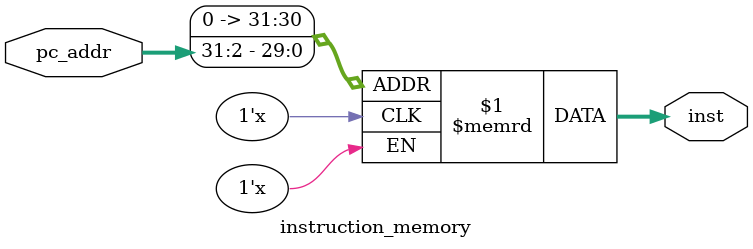
<source format=v>


// inst_width = 32 bits
// mem_depth = 256 instruction (2^8)

module instruction_memory(pc_addr,inst);

input[31:0] pc_addr;
output[31:0] inst;

reg[31:0] inst_mem[0:255];

assign inst = inst_mem[pc_addr>>2] ;

endmodule
</source>
